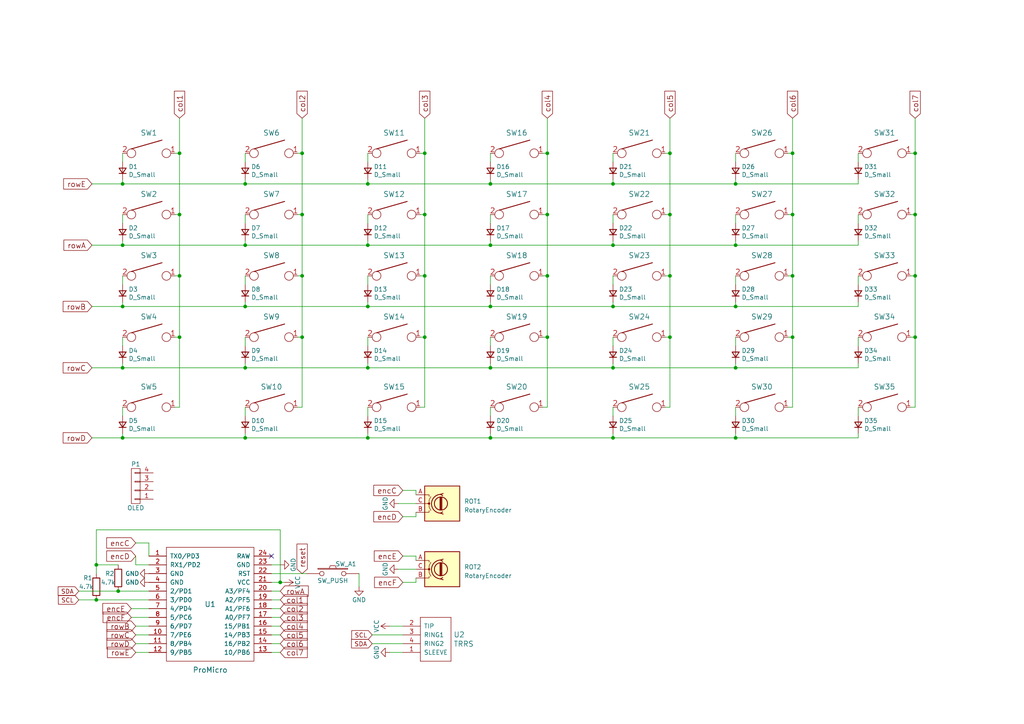
<source format=kicad_sch>
(kicad_sch (version 20230121) (generator eeschema)
  (paper "A4")
  (lib_symbols
    (symbol "Device:D_Small" (pin_numbers hide) (pin_names (offset 0.254) hide)
      (property "Reference" "D" (at -1.27 2.032 0))
      (property "Value" "D_Small" (at -3.81 -2.032 0))
      (symbol "D_Small_0_1"
        (polyline (pts (xy -0.762 -1.016) (xy -0.762 1.016)) (stroke (width 0.254)))
        (polyline (pts (xy -0.762 0) (xy 0.762 0)))
        (polyline (pts (xy 0.762 -1.016) (xy -0.762 0) (xy 0.762 1.016) (xy 0.762 -1.016)) (stroke (width 0.254)))
      )
      (symbol "D_Small_1_1"
        (pin passive line (at -2.54 0 0) (length 1.778) (name "K") (number "1"))
        (pin passive line (at 2.54 0 180) (length 1.778) (name "A") (number "2"))
      )
    )
    (symbol "Device:R" (pin_numbers hide) (pin_names (offset 0))
      (property "Reference" "R" (at 2.032 0 90))
      (property "Value" "R" (at 0 0 90))
      (symbol "R_0_1"
        (rectangle (start -1.016 -2.54) (end 1.016 2.54) (stroke (width 0.254)))
      )
      (symbol "R_1_1"
        (pin passive line (at 0 3.81 270) (length 1.27) (name "~") (number "1"))
        (pin passive line (at 0 -3.81 90) (length 1.27) (name "~") (number "2"))
      )
    )
    (symbol "Device:RotaryEncoder" (pin_names (offset 0.254) hide)
      (property "Reference" "SW" (at 0 6.604 0))
      (property "Value" "RotaryEncoder" (at 0 -6.604 0))
      (symbol "RotaryEncoder_0_1"
        (rectangle (start -5.08 5.08) (end 5.08 -5.08) (stroke (width 0.254)) (fill (type background)))
        (circle (center -3.81 0) (radius 0.254) (fill (type outline)))
        (circle (center -0.381 0) (radius 1.905) (stroke (width 0.254)))
        (arc (start -0.381 2.667) (mid -3.0988 -0.0635) (end -0.381 -2.794) (stroke (width 0.254)))
        (polyline (pts (xy -0.635 -1.778) (xy -0.635 1.778)) (stroke (width 0.254)))
        (polyline (pts (xy -0.381 -1.778) (xy -0.381 1.778)) (stroke (width 0.254)))
        (polyline (pts (xy -0.127 1.778) (xy -0.127 -1.778)) (stroke (width 0.254)))
        (polyline (pts (xy -5.08 -2.54) (xy -3.81 -2.54) (xy -3.81 -2.032)))
        (polyline (pts (xy -5.08 2.54) (xy -3.81 2.54) (xy -3.81 2.032)))
        (polyline (pts (xy 0.254 -3.048) (xy -0.508 -2.794) (xy 0.127 -2.413)) (stroke (width 0.254)))
        (polyline (pts (xy 0.254 2.921) (xy -0.508 2.667) (xy 0.127 2.286)) (stroke (width 0.254)))
        (polyline (pts (xy -5.08 0) (xy -3.81 0) (xy -3.81 -1.016) (xy -3.302 -2.032)))
        (polyline (pts (xy -4.318 0) (xy -3.81 0) (xy -3.81 1.016) (xy -3.302 2.032)))
      )
      (symbol "RotaryEncoder_1_1"
        (pin passive line (at -7.62 2.54 0) (length 2.54) (name "A") (number "A"))
        (pin passive line (at -7.62 -2.54 0) (length 2.54) (name "B") (number "B"))
        (pin passive line (at -7.62 0 0) (length 2.54) (name "C") (number "C"))
      )
    )
    (symbol "Lily58-rescue:CONN_01X04-Lily58-cache" (pin_names (offset 1.016) hide)
      (property "Reference" "P" (at 0 6.35 0))
      (property "Value" "Lily58-cache:CONN_01X04" (at 2.54 0 90))
      (symbol "CONN_01X04-Lily58-cache_0_1"
        (rectangle (start -1.27 -3.683) (end 0.254 -3.937))
        (rectangle (start -1.27 -1.143) (end 0.254 -1.397))
        (rectangle (start -1.27 1.397) (end 0.254 1.143))
        (rectangle (start -1.27 3.937) (end 0.254 3.683))
        (rectangle (start -1.27 5.08) (end 1.27 -5.08))
      )
      (symbol "CONN_01X04-Lily58-cache_1_1"
        (pin passive line (at -5.08 3.81 0) (length 3.81) (name "P1") (number "1"))
        (pin passive line (at -5.08 1.27 0) (length 3.81) (name "P2") (number "2"))
        (pin passive line (at -5.08 -1.27 0) (length 3.81) (name "P3") (number "3"))
        (pin passive line (at -5.08 -3.81 0) (length 3.81) (name "P4") (number "4"))
      )
    )
    (symbol "fourier-left-rescue:ProMicro-promicro" (pin_names (offset 1.016))
      (property "Reference" "U" (at 0 0 0))
      (property "Value" "ProMicro-promicro" (at 0 -19.05 0))
      (symbol "ProMicro-promicro_0_1"
        (rectangle (start -12.7 -16.51) (end 12.7 16.51))
      )
      (symbol "ProMicro-promicro_1_1"
        (pin input line (at -17.78 13.97 0) (length 5.08) (name "TX0/PD3") (number "1"))
        (pin input line (at -17.78 -8.89 0) (length 5.08) (name "7/PE6") (number "10"))
        (pin input line (at -17.78 -11.43 0) (length 5.08) (name "8/PB4") (number "11"))
        (pin input line (at -17.78 -13.97 0) (length 5.08) (name "9/PB5") (number "12"))
        (pin input line (at 17.78 -13.97 180) (length 5.08) (name "10/PB6") (number "13"))
        (pin input line (at 17.78 -11.43 180) (length 5.08) (name "16/PB2") (number "14"))
        (pin input line (at 17.78 -8.89 180) (length 5.08) (name "14/PB3") (number "15"))
        (pin input line (at 17.78 -6.35 180) (length 5.08) (name "15/PB1") (number "16"))
        (pin input line (at 17.78 -3.81 180) (length 5.08) (name "A0/PF7") (number "17"))
        (pin input line (at 17.78 -1.27 180) (length 5.08) (name "A1/PF6") (number "18"))
        (pin input line (at 17.78 1.27 180) (length 5.08) (name "A2/PF5") (number "19"))
        (pin input line (at -17.78 11.43 0) (length 5.08) (name "RX1/PD2") (number "2"))
        (pin input line (at 17.78 3.81 180) (length 5.08) (name "A3/PF4") (number "20"))
        (pin input line (at 17.78 6.35 180) (length 5.08) (name "VCC") (number "21"))
        (pin input line (at 17.78 8.89 180) (length 5.08) (name "RST") (number "22"))
        (pin input line (at 17.78 11.43 180) (length 5.08) (name "GND") (number "23"))
        (pin input line (at 17.78 13.97 180) (length 5.08) (name "RAW") (number "24"))
        (pin input line (at -17.78 8.89 0) (length 5.08) (name "GND") (number "3"))
        (pin input line (at -17.78 6.35 0) (length 5.08) (name "GND") (number "4"))
        (pin input line (at -17.78 3.81 0) (length 5.08) (name "2/PD1") (number "5"))
        (pin input line (at -17.78 1.27 0) (length 5.08) (name "3/PD0") (number "6"))
        (pin input line (at -17.78 -1.27 0) (length 5.08) (name "4/PD4") (number "7"))
        (pin input line (at -17.78 -3.81 0) (length 5.08) (name "5/PC6") (number "8"))
        (pin input line (at -17.78 -6.35 0) (length 5.08) (name "6/PD7") (number "9"))
      )
    )
    (symbol "fourier-left-rescue:SW_PUSH-RESCUE-fourier-left" (pin_numbers hide) (pin_names (offset 1.016) hide)
      (property "Reference" "SW" (at 3.81 2.794 0))
      (property "Value" "SW_PUSH-RESCUE-fourier-left" (at 0 -2.032 0))
      (symbol "SW_PUSH-RESCUE-fourier-left_0_1"
        (rectangle (start -4.318 1.27) (end 4.318 1.524))
        (polyline (pts (xy -1.016 1.524) (xy -0.762 2.286) (xy 0.762 2.286) (xy 1.016 1.524)))
        (pin passive inverted (at -7.62 0 0) (length 5.08) (name "1") (number "1"))
        (pin passive inverted (at 7.62 0 180) (length 5.08) (name "2") (number "2"))
      )
    )
    (symbol "fourier-left-rescue:TRRS-keebio" (pin_names (offset 1.016))
      (property "Reference" "U" (at 0 15.24 0))
      (property "Value" "keebio_TRRS" (at 0 -2.54 0))
      (symbol "TRRS-keebio_0_1"
        (rectangle (start -3.81 0) (end -3.81 12.7))
        (rectangle (start -3.81 12.7) (end 5.08 12.7))
        (rectangle (start 5.08 0) (end -3.81 0))
        (rectangle (start 5.08 12.7) (end 5.08 0))
      )
      (symbol "TRRS-keebio_1_1"
        (pin input line (at -8.89 2.54 0) (length 5.08) (name "SLEEVE") (number "1"))
        (pin input line (at -8.89 10.16 0) (length 5.08) (name "TIP") (number "2"))
        (pin input line (at -8.89 7.62 0) (length 5.08) (name "RING1") (number "3"))
        (pin input line (at -8.89 5.08 0) (length 5.08) (name "RING2") (number "4"))
      )
    )
    (symbol "keyboard_parts:KEYSW" (pin_names (offset 1.016))
      (property "Reference" "K?" (at -1.27 0 0))
      (symbol "KEYSW_0_1"
        (circle (center -5.08 0) (radius 1.27))
        (polyline (pts (xy -5.08 1.27) (xy 3.81 3.81)) (stroke (width 0.254)))
        (circle (center 5.08 0) (radius 1.27))
      )
      (symbol "KEYSW_1_1"
        (pin passive line (at 7.62 0 180) (length 1.27) (name "~") (number "1"))
        (pin passive line (at -7.62 0 0) (length 1.27) (name "~") (number "2"))
      )
    )
    (symbol "power:GND" (power) (pin_names (offset 0))
      (property "Value" "GND" (at 0 -3.81 0))
      (symbol "GND_0_1"
        (polyline (pts (xy 0 0) (xy 0 -1.27) (xy 1.27 -1.27) (xy 0 -2.54) (xy -1.27 -1.27) (xy 0 -1.27)))
      )
      (symbol "GND_1_1"
        (pin power_in line (at 0 0 270) (length 0) hide (name "GND") (number "1"))
      )
    )
    (symbol "power:VCC" (power) (pin_names (offset 0))
      (property "Value" "VCC" (at 0 3.81 0))
      (symbol "VCC_0_1"
        (polyline (pts (xy -0.762 1.27) (xy 0 2.54)))
        (polyline (pts (xy 0 0) (xy 0 2.54)))
        (polyline (pts (xy 0 2.54) (xy 0.762 1.27)))
      )
      (symbol "VCC_1_1"
        (pin power_in line (at 0 0 90) (length 0) hide (name "VCC") (number "1"))
      )
    )
  )
  (junction (at 34.29 171.45))
  (junction (at 194.31 80.01))
  (junction (at 229.87 62.23))
  (junction (at 265.43 97.79))
  (junction (at 106.68 88.9))
  (junction (at 123.19 44.45))
  (junction (at 71.12 88.9))
  (junction (at 35.56 127))
  (junction (at 52.07 80.01))
  (junction (at 87.63 44.45))
  (junction (at 52.07 62.23))
  (junction (at 177.8 53.34))
  (junction (at 194.31 62.23))
  (junction (at 213.36 71.12))
  (junction (at 87.63 97.79))
  (junction (at 35.56 53.34))
  (junction (at 71.12 127))
  (junction (at 106.68 127))
  (junction (at 35.56 71.12))
  (junction (at 71.12 106.68))
  (junction (at 27.94 163.83))
  (junction (at 71.12 71.12))
  (junction (at 106.68 71.12))
  (junction (at 213.36 53.34))
  (junction (at 27.94 173.99))
  (junction (at 35.56 106.68))
  (junction (at 265.43 62.23))
  (junction (at 213.36 106.68))
  (junction (at 35.56 88.9))
  (junction (at 123.19 97.79))
  (junction (at 52.07 44.45))
  (junction (at 142.24 88.9))
  (junction (at 229.87 44.45))
  (junction (at 177.8 71.12))
  (junction (at 142.24 53.34))
  (junction (at 194.31 97.79))
  (junction (at 158.75 44.45))
  (junction (at 177.8 88.9))
  (junction (at 158.75 97.79))
  (junction (at 265.43 80.01))
  (junction (at 142.24 127))
  (junction (at 158.75 62.23))
  (junction (at 142.24 106.68))
  (junction (at 52.07 97.79))
  (junction (at 265.43 44.45))
  (junction (at 229.87 80.01))
  (junction (at 71.12 53.34))
  (junction (at 123.19 80.01))
  (junction (at 177.8 106.68))
  (junction (at 87.63 62.23))
  (junction (at 213.36 88.9))
  (junction (at 229.87 97.79))
  (junction (at 106.68 106.68))
  (junction (at 106.68 53.34))
  (junction (at 194.31 44.45))
  (junction (at 87.63 80.01))
  (junction (at 81.28 168.91))
  (junction (at 158.75 80.01))
  (junction (at 123.19 62.23))
  (junction (at 213.36 127))
  (junction (at 142.24 71.12))
  (junction (at 177.8 127))
  (no_connect (at 78.74 161.29))
  (wire (pts (xy 177.8 127) (xy 213.36 127)))
  (wire (pts (xy 193.04 118.11) (xy 194.31 118.11)))
  (wire (pts (xy 78.74 189.23) (xy 81.28 189.23)))
  (wire (pts (xy 248.92 118.11) (xy 248.92 120.65)))
  (wire (pts (xy 50.8 118.11) (xy 52.07 118.11)))
  (wire (pts (xy 228.6 62.23) (xy 229.87 62.23)))
  (wire (pts (xy 177.8 62.23) (xy 177.8 64.77)))
  (wire (pts (xy 106.68 52.07) (xy 106.68 53.34)))
  (wire (pts (xy 120.65 168.91) (xy 116.84 168.91)))
  (wire (pts (xy 248.92 97.79) (xy 248.92 100.33)))
  (wire (pts (xy 228.6 118.11) (xy 229.87 118.11)))
  (wire (pts (xy 52.07 80.01) (xy 52.07 97.79)))
  (wire (pts (xy 213.36 97.79) (xy 213.36 100.33)))
  (wire (pts (xy 71.12 62.23) (xy 71.12 64.77)))
  (wire (pts (xy 39.37 163.83) (xy 43.18 163.83)))
  (wire (pts (xy 213.36 88.9) (xy 248.92 88.9)))
  (wire (pts (xy 213.36 44.45) (xy 213.36 46.99)))
  (wire (pts (xy 248.92 125.73) (xy 248.92 127)))
  (wire (pts (xy 248.92 69.85) (xy 248.92 71.12)))
  (wire (pts (xy 142.24 125.73) (xy 142.24 127)))
  (wire (pts (xy 35.56 52.07) (xy 35.56 53.34)))
  (wire (pts (xy 142.24 88.9) (xy 177.8 88.9)))
  (wire (pts (xy 194.31 80.01) (xy 194.31 97.79)))
  (wire (pts (xy 229.87 80.01) (xy 229.87 97.79)))
  (wire (pts (xy 120.65 148.59) (xy 120.65 149.86)))
  (wire (pts (xy 158.75 97.79) (xy 158.75 118.11)))
  (wire (pts (xy 26.67 88.9) (xy 35.56 88.9)))
  (wire (pts (xy 121.92 97.79) (xy 123.19 97.79)))
  (wire (pts (xy 248.92 80.01) (xy 248.92 82.55)))
  (wire (pts (xy 81.28 168.91) (xy 82.55 168.91)))
  (wire (pts (xy 106.68 127) (xy 142.24 127)))
  (wire (pts (xy 78.74 176.53) (xy 81.28 176.53)))
  (wire (pts (xy 158.75 62.23) (xy 158.75 80.01)))
  (wire (pts (xy 39.37 181.61) (xy 43.18 181.61)))
  (wire (pts (xy 229.87 34.29) (xy 229.87 44.45)))
  (wire (pts (xy 27.94 173.99) (xy 43.18 173.99)))
  (wire (pts (xy 158.75 80.01) (xy 158.75 97.79)))
  (wire (pts (xy 142.24 105.41) (xy 142.24 106.68)))
  (wire (pts (xy 26.67 71.12) (xy 35.56 71.12)))
  (wire (pts (xy 194.31 34.29) (xy 194.31 44.45)))
  (wire (pts (xy 157.48 44.45) (xy 158.75 44.45)))
  (wire (pts (xy 194.31 97.79) (xy 194.31 118.11)))
  (wire (pts (xy 115.57 146.05) (xy 120.65 146.05)))
  (wire (pts (xy 78.74 171.45) (xy 81.28 171.45)))
  (wire (pts (xy 106.68 105.41) (xy 106.68 106.68)))
  (wire (pts (xy 158.75 34.29) (xy 158.75 44.45)))
  (wire (pts (xy 27.94 163.83) (xy 27.94 153.67)))
  (wire (pts (xy 157.48 62.23) (xy 158.75 62.23)))
  (wire (pts (xy 121.92 80.01) (xy 123.19 80.01)))
  (wire (pts (xy 35.56 44.45) (xy 35.56 46.99)))
  (wire (pts (xy 177.8 52.07) (xy 177.8 53.34)))
  (wire (pts (xy 142.24 127) (xy 177.8 127)))
  (wire (pts (xy 71.12 69.85) (xy 71.12 71.12)))
  (wire (pts (xy 193.04 97.79) (xy 194.31 97.79)))
  (wire (pts (xy 71.12 125.73) (xy 71.12 127)))
  (wire (pts (xy 157.48 118.11) (xy 158.75 118.11)))
  (wire (pts (xy 264.16 62.23) (xy 265.43 62.23)))
  (wire (pts (xy 78.74 173.99) (xy 81.28 173.99)))
  (wire (pts (xy 106.68 69.85) (xy 106.68 71.12)))
  (wire (pts (xy 86.36 44.45) (xy 87.63 44.45)))
  (wire (pts (xy 120.65 161.29) (xy 120.65 162.56)))
  (wire (pts (xy 78.74 184.15) (xy 81.28 184.15)))
  (wire (pts (xy 35.56 97.79) (xy 35.56 100.33)))
  (wire (pts (xy 142.24 53.34) (xy 177.8 53.34)))
  (wire (pts (xy 71.12 106.68) (xy 106.68 106.68)))
  (wire (pts (xy 142.24 106.68) (xy 177.8 106.68)))
  (wire (pts (xy 39.37 186.69) (xy 43.18 186.69)))
  (wire (pts (xy 265.43 34.29) (xy 265.43 44.45)))
  (wire (pts (xy 121.92 62.23) (xy 123.19 62.23)))
  (wire (pts (xy 265.43 80.01) (xy 265.43 97.79)))
  (wire (pts (xy 264.16 44.45) (xy 265.43 44.45)))
  (wire (pts (xy 26.67 106.68) (xy 35.56 106.68)))
  (wire (pts (xy 27.94 166.37) (xy 27.94 163.83)))
  (wire (pts (xy 193.04 80.01) (xy 194.31 80.01)))
  (wire (pts (xy 228.6 80.01) (xy 229.87 80.01)))
  (wire (pts (xy 43.18 157.48) (xy 39.37 157.48)))
  (wire (pts (xy 193.04 44.45) (xy 194.31 44.45)))
  (wire (pts (xy 87.63 97.79) (xy 87.63 118.11)))
  (wire (pts (xy 121.92 118.11) (xy 123.19 118.11)))
  (wire (pts (xy 264.16 118.11) (xy 265.43 118.11)))
  (wire (pts (xy 71.12 80.01) (xy 71.12 82.55)))
  (wire (pts (xy 39.37 184.15) (xy 43.18 184.15)))
  (wire (pts (xy 71.12 71.12) (xy 106.68 71.12)))
  (wire (pts (xy 142.24 118.11) (xy 142.24 120.65)))
  (wire (pts (xy 177.8 118.11) (xy 177.8 120.65)))
  (wire (pts (xy 107.95 184.15) (xy 116.84 184.15)))
  (wire (pts (xy 35.56 80.01) (xy 35.56 82.55)))
  (wire (pts (xy 38.1 176.53) (xy 43.18 176.53)))
  (wire (pts (xy 106.68 44.45) (xy 106.68 46.99)))
  (wire (pts (xy 142.24 80.01) (xy 142.24 82.55)))
  (wire (pts (xy 213.36 52.07) (xy 213.36 53.34)))
  (wire (pts (xy 86.36 97.79) (xy 87.63 97.79)))
  (wire (pts (xy 106.68 97.79) (xy 106.68 100.33)))
  (wire (pts (xy 71.12 97.79) (xy 71.12 100.33)))
  (wire (pts (xy 116.84 161.29) (xy 120.65 161.29)))
  (wire (pts (xy 35.56 53.34) (xy 71.12 53.34)))
  (wire (pts (xy 35.56 125.73) (xy 35.56 127)))
  (wire (pts (xy 194.31 44.45) (xy 194.31 62.23)))
  (wire (pts (xy 142.24 97.79) (xy 142.24 100.33)))
  (wire (pts (xy 87.63 34.29) (xy 87.63 44.45)))
  (wire (pts (xy 22.86 171.45) (xy 34.29 171.45)))
  (wire (pts (xy 50.8 97.79) (xy 52.07 97.79)))
  (wire (pts (xy 39.37 189.23) (xy 43.18 189.23)))
  (wire (pts (xy 78.74 166.37) (xy 88.9 166.37)))
  (wire (pts (xy 177.8 87.63) (xy 177.8 88.9)))
  (wire (pts (xy 106.68 62.23) (xy 106.68 64.77)))
  (wire (pts (xy 71.12 52.07) (xy 71.12 53.34)))
  (wire (pts (xy 27.94 153.67) (xy 81.28 153.67)))
  (wire (pts (xy 177.8 97.79) (xy 177.8 100.33)))
  (wire (pts (xy 229.87 97.79) (xy 229.87 118.11)))
  (wire (pts (xy 35.56 69.85) (xy 35.56 71.12)))
  (wire (pts (xy 213.36 127) (xy 248.92 127)))
  (wire (pts (xy 265.43 62.23) (xy 265.43 80.01)))
  (wire (pts (xy 113.03 181.61) (xy 116.84 181.61)))
  (wire (pts (xy 123.19 97.79) (xy 123.19 118.11)))
  (wire (pts (xy 22.86 173.99) (xy 27.94 173.99)))
  (wire (pts (xy 35.56 106.68) (xy 71.12 106.68)))
  (wire (pts (xy 120.65 142.24) (xy 120.65 143.51)))
  (wire (pts (xy 35.56 62.23) (xy 35.56 64.77)))
  (wire (pts (xy 116.84 142.24) (xy 120.65 142.24)))
  (wire (pts (xy 71.12 118.11) (xy 71.12 120.65)))
  (wire (pts (xy 265.43 44.45) (xy 265.43 62.23)))
  (wire (pts (xy 123.19 44.45) (xy 123.19 62.23)))
  (wire (pts (xy 52.07 62.23) (xy 52.07 80.01)))
  (wire (pts (xy 142.24 44.45) (xy 142.24 46.99)))
  (wire (pts (xy 121.92 44.45) (xy 123.19 44.45)))
  (wire (pts (xy 142.24 62.23) (xy 142.24 64.77)))
  (wire (pts (xy 142.24 52.07) (xy 142.24 53.34)))
  (wire (pts (xy 71.12 53.34) (xy 106.68 53.34)))
  (wire (pts (xy 71.12 87.63) (xy 71.12 88.9)))
  (wire (pts (xy 71.12 44.45) (xy 71.12 46.99)))
  (wire (pts (xy 81.28 153.67) (xy 81.28 168.91)))
  (wire (pts (xy 248.92 105.41) (xy 248.92 106.68)))
  (wire (pts (xy 229.87 62.23) (xy 229.87 80.01)))
  (wire (pts (xy 50.8 62.23) (xy 52.07 62.23)))
  (wire (pts (xy 265.43 97.79) (xy 265.43 118.11)))
  (wire (pts (xy 123.19 62.23) (xy 123.19 80.01)))
  (wire (pts (xy 43.18 161.29) (xy 43.18 157.48)))
  (wire (pts (xy 213.36 71.12) (xy 248.92 71.12)))
  (wire (pts (xy 248.92 62.23) (xy 248.92 64.77)))
  (wire (pts (xy 113.03 189.23) (xy 116.84 189.23)))
  (wire (pts (xy 177.8 105.41) (xy 177.8 106.68)))
  (wire (pts (xy 71.12 105.41) (xy 71.12 106.68)))
  (wire (pts (xy 193.04 62.23) (xy 194.31 62.23)))
  (wire (pts (xy 87.63 80.01) (xy 87.63 97.79)))
  (wire (pts (xy 52.07 97.79) (xy 52.07 118.11)))
  (wire (pts (xy 213.36 62.23) (xy 213.36 64.77)))
  (wire (pts (xy 264.16 80.01) (xy 265.43 80.01)))
  (wire (pts (xy 34.29 171.45) (xy 43.18 171.45)))
  (wire (pts (xy 78.74 186.69) (xy 81.28 186.69)))
  (wire (pts (xy 177.8 53.34) (xy 213.36 53.34)))
  (wire (pts (xy 248.92 87.63) (xy 248.92 88.9)))
  (wire (pts (xy 229.87 44.45) (xy 229.87 62.23)))
  (wire (pts (xy 142.24 87.63) (xy 142.24 88.9)))
  (wire (pts (xy 123.19 80.01) (xy 123.19 97.79)))
  (wire (pts (xy 78.74 163.83) (xy 81.28 163.83)))
  (wire (pts (xy 71.12 127) (xy 106.68 127)))
  (wire (pts (xy 26.67 53.34) (xy 35.56 53.34)))
  (wire (pts (xy 78.74 181.61) (xy 81.28 181.61)))
  (wire (pts (xy 158.75 44.45) (xy 158.75 62.23)))
  (wire (pts (xy 194.31 62.23) (xy 194.31 80.01)))
  (wire (pts (xy 106.68 118.11) (xy 106.68 120.65)))
  (wire (pts (xy 177.8 71.12) (xy 213.36 71.12)))
  (wire (pts (xy 213.36 87.63) (xy 213.36 88.9)))
  (wire (pts (xy 157.48 97.79) (xy 158.75 97.79)))
  (wire (pts (xy 35.56 105.41) (xy 35.56 106.68)))
  (wire (pts (xy 87.63 44.45) (xy 87.63 62.23)))
  (wire (pts (xy 213.36 53.34) (xy 248.92 53.34)))
  (wire (pts (xy 213.36 105.41) (xy 213.36 106.68)))
  (wire (pts (xy 50.8 44.45) (xy 52.07 44.45)))
  (wire (pts (xy 177.8 44.45) (xy 177.8 46.99)))
  (wire (pts (xy 78.74 168.91) (xy 81.28 168.91)))
  (wire (pts (xy 106.68 106.68) (xy 142.24 106.68)))
  (wire (pts (xy 157.48 80.01) (xy 158.75 80.01)))
  (wire (pts (xy 78.74 179.07) (xy 81.28 179.07)))
  (wire (pts (xy 106.68 88.9) (xy 142.24 88.9)))
  (wire (pts (xy 115.57 165.1) (xy 120.65 165.1)))
  (wire (pts (xy 213.36 69.85) (xy 213.36 71.12)))
  (wire (pts (xy 120.65 167.64) (xy 120.65 168.91)))
  (wire (pts (xy 35.56 127) (xy 71.12 127)))
  (wire (pts (xy 120.65 149.86) (xy 116.84 149.86)))
  (wire (pts (xy 177.8 88.9) (xy 213.36 88.9)))
  (wire (pts (xy 123.19 34.29) (xy 123.19 44.45)))
  (wire (pts (xy 142.24 69.85) (xy 142.24 71.12)))
  (wire (pts (xy 213.36 125.73) (xy 213.36 127)))
  (wire (pts (xy 106.68 53.34) (xy 142.24 53.34)))
  (wire (pts (xy 106.68 87.63) (xy 106.68 88.9)))
  (wire (pts (xy 177.8 69.85) (xy 177.8 71.12)))
  (wire (pts (xy 86.36 62.23) (xy 87.63 62.23)))
  (wire (pts (xy 213.36 80.01) (xy 213.36 82.55)))
  (wire (pts (xy 106.68 80.01) (xy 106.68 82.55)))
  (wire (pts (xy 38.1 179.07) (xy 43.18 179.07)))
  (wire (pts (xy 52.07 44.45) (xy 52.07 62.23)))
  (wire (pts (xy 35.56 88.9) (xy 71.12 88.9)))
  (wire (pts (xy 142.24 71.12) (xy 177.8 71.12)))
  (wire (pts (xy 71.12 88.9) (xy 106.68 88.9)))
  (wire (pts (xy 86.36 80.01) (xy 87.63 80.01)))
  (wire (pts (xy 52.07 34.29) (xy 52.07 44.45)))
  (wire (pts (xy 104.14 170.18) (xy 104.14 166.37)))
  (wire (pts (xy 248.92 44.45) (xy 248.92 46.99)))
  (wire (pts (xy 86.36 118.11) (xy 87.63 118.11)))
  (wire (pts (xy 27.94 163.83) (xy 34.29 163.83)))
  (wire (pts (xy 177.8 125.73) (xy 177.8 127)))
  (wire (pts (xy 213.36 106.68) (xy 248.92 106.68)))
  (wire (pts (xy 228.6 44.45) (xy 229.87 44.45)))
  (wire (pts (xy 213.36 118.11) (xy 213.36 120.65)))
  (wire (pts (xy 264.16 97.79) (xy 265.43 97.79)))
  (wire (pts (xy 39.37 161.29) (xy 39.37 163.83)))
  (wire (pts (xy 106.68 71.12) (xy 142.24 71.12)))
  (wire (pts (xy 106.68 125.73) (xy 106.68 127)))
  (wire (pts (xy 177.8 80.01) (xy 177.8 82.55)))
  (wire (pts (xy 107.95 186.69) (xy 116.84 186.69)))
  (wire (pts (xy 35.56 87.63) (xy 35.56 88.9)))
  (wire (pts (xy 35.56 118.11) (xy 35.56 120.65)))
  (wire (pts (xy 228.6 97.79) (xy 229.87 97.79)))
  (wire (pts (xy 248.92 52.07) (xy 248.92 53.34)))
  (wire (pts (xy 35.56 71.12) (xy 71.12 71.12)))
  (wire (pts (xy 87.63 62.23) (xy 87.63 80.01)))
  (wire (pts (xy 50.8 80.01) (xy 52.07 80.01)))
  (wire (pts (xy 177.8 106.68) (xy 213.36 106.68)))
  (wire (pts (xy 26.67 127) (xy 35.56 127)))
  (global_label "col6" (shape input) (at 81.28 186.69 0) (effects (font (size 1.524 1.524))) (property "Intersheetrefs" "${INTERSHEET_REFS}" (effects hide)))
  (global_label "encE" (shape input) (at 116.84 161.29 180) (effects (font (size 1.524 1.524))) (property "Intersheetrefs" "${INTERSHEET_REFS}" (effects hide)))
  (global_label "col7" (shape input) (at 81.28 189.23 0) (effects (font (size 1.524 1.524))) (property "Intersheetrefs" "${INTERSHEET_REFS}" (effects hide)))
  (global_label "col2" (shape input) (at 87.63 34.29 90) (effects (font (size 1.524 1.524))) (property "Intersheetrefs" "${INTERSHEET_REFS}" (effects hide)))
  (global_label "rowE" (shape input) (at 26.67 53.34 180) (effects (font (size 1.524 1.524))) (property "Intersheetrefs" "${INTERSHEET_REFS}" (effects hide)))
  (global_label "col3" (shape input) (at 123.19 34.29 90) (effects (font (size 1.524 1.524))) (property "Intersheetrefs" "${INTERSHEET_REFS}" (effects hide)))
  (global_label "rowA" (shape input) (at 81.28 171.45 0) (effects (font (size 1.524 1.524))) (property "Intersheetrefs" "${INTERSHEET_REFS}" (effects hide)))
  (global_label "col1" (shape input) (at 52.07 34.29 90) (effects (font (size 1.524 1.524))) (property "Intersheetrefs" "${INTERSHEET_REFS}" (effects hide)))
  (global_label "rowD" (shape input) (at 26.67 127 180) (effects (font (size 1.524 1.524))) (property "Intersheetrefs" "${INTERSHEET_REFS}" (effects hide)))
  (global_label "reset" (shape input) (at 87.63 166.37 90) (effects (font (size 1.524 1.524))) (property "Intersheetrefs" "${INTERSHEET_REFS}" (effects hide)))
  (global_label "rowB" (shape input) (at 26.67 88.9 180) (effects (font (size 1.524 1.524))) (property "Intersheetrefs" "${INTERSHEET_REFS}" (effects hide)))
  (global_label "col5" (shape input) (at 81.28 184.15 0) (effects (font (size 1.524 1.524))) (property "Intersheetrefs" "${INTERSHEET_REFS}" (effects hide)))
  (global_label "rowD" (shape input) (at 39.37 186.69 180) (effects (font (size 1.524 1.524))) (property "Intersheetrefs" "${INTERSHEET_REFS}" (effects hide)))
  (global_label "col4" (shape input) (at 81.28 181.61 0) (effects (font (size 1.524 1.524))) (property "Intersheetrefs" "${INTERSHEET_REFS}" (effects hide)))
  (global_label "col5" (shape input) (at 194.31 34.29 90) (effects (font (size 1.524 1.524))) (property "Intersheetrefs" "${INTERSHEET_REFS}" (effects hide)))
  (global_label "col3" (shape input) (at 81.28 179.07 0) (effects (font (size 1.524 1.524))) (property "Intersheetrefs" "${INTERSHEET_REFS}" (effects hide)))
  (global_label "rowC" (shape input) (at 26.67 106.68 180) (effects (font (size 1.524 1.524))) (property "Intersheetrefs" "${INTERSHEET_REFS}" (effects hide)))
  (global_label "SCL" (shape input) (at 22.86 173.99 180) (property "Intersheetrefs" "${INTERSHEET_REFS}" (effects hide)))
  (global_label "col6" (shape input) (at 229.87 34.29 90) (effects (font (size 1.524 1.524))) (property "Intersheetrefs" "${INTERSHEET_REFS}" (effects hide)))
  (global_label "col7" (shape input) (at 265.43 34.29 90) (effects (font (size 1.524 1.524))) (property "Intersheetrefs" "${INTERSHEET_REFS}" (effects hide)))
  (global_label "rowA" (shape input) (at 26.67 71.12 180) (effects (font (size 1.524 1.524))) (property "Intersheetrefs" "${INTERSHEET_REFS}" (effects hide)))
  (global_label "encC" (shape input) (at 116.84 142.24 180) (effects (font (size 1.524 1.524))) (property "Intersheetrefs" "${INTERSHEET_REFS}" (effects hide)))
  (global_label "encC" (shape input) (at 39.37 157.48 180) (effects (font (size 1.524 1.524))) (property "Intersheetrefs" "${INTERSHEET_REFS}" (effects hide)))
  (global_label "encD" (shape input) (at 39.37 161.29 180) (effects (font (size 1.524 1.524))) (property "Intersheetrefs" "${INTERSHEET_REFS}" (effects hide)))
  (global_label "encF" (shape input) (at 116.84 168.91 180) (effects (font (size 1.524 1.524))) (property "Intersheetrefs" "${INTERSHEET_REFS}" (effects hide)))
  (global_label "rowB" (shape input) (at 39.37 181.61 180) (effects (font (size 1.524 1.524))) (property "Intersheetrefs" "${INTERSHEET_REFS}" (effects hide)))
  (global_label "col4" (shape input) (at 158.75 34.29 90) (effects (font (size 1.524 1.524))) (property "Intersheetrefs" "${INTERSHEET_REFS}" (effects hide)))
  (global_label "rowC" (shape input) (at 39.37 184.15 180) (effects (font (size 1.524 1.524))) (property "Intersheetrefs" "${INTERSHEET_REFS}" (effects hide)))
  (global_label "col2" (shape input) (at 81.28 176.53 0) (effects (font (size 1.524 1.524))) (property "Intersheetrefs" "${INTERSHEET_REFS}" (effects hide)))
  (global_label "encF" (shape input) (at 38.1 179.07 180) (effects (font (size 1.524 1.524))) (property "Intersheetrefs" "${INTERSHEET_REFS}" (effects hide)))
  (global_label "col1" (shape input) (at 81.28 173.99 0) (effects (font (size 1.524 1.524))) (property "Intersheetrefs" "${INTERSHEET_REFS}" (effects hide)))
  (global_label "SDA" (shape input) (at 107.95 186.69 180) (property "Intersheetrefs" "${INTERSHEET_REFS}" (effects hide)))
  (global_label "rowE" (shape input) (at 39.37 189.23 180) (effects (font (size 1.524 1.524))) (property "Intersheetrefs" "${INTERSHEET_REFS}" (effects hide)))
  (global_label "SCL" (shape input) (at 107.95 184.15 180) (property "Intersheetrefs" "${INTERSHEET_REFS}" (effects hide)))
  (global_label "encE" (shape input) (at 38.1 176.53 180) (effects (font (size 1.524 1.524))) (property "Intersheetrefs" "${INTERSHEET_REFS}" (effects hide)))
  (global_label "encD" (shape input) (at 116.84 149.86 180) (effects (font (size 1.524 1.524))) (property "Intersheetrefs" "${INTERSHEET_REFS}" (effects hide)))
  (global_label "SDA" (shape input) (at 22.86 171.45 180) (property "Intersheetrefs" "${INTERSHEET_REFS}" (effects hide)))
  (symbol (lib_id "Device:D_Small") (at 106.68 49.53 90) (unit 1)
    (property "Reference" "D11" (at 108.4072 48.3616 90) (effects (justify right)))
    (property "Value" "D_Small" (at 108.4072 50.673 90) (effects (justify right)))
    (property "Footprint" "Library:Diode" (effects hide))
    (property "Sim.Device" "D" (effects hide))
    (property "Sim.Pins" "1=K 2=A" (effects hide))
  )
  (symbol (lib_id "keyboard_parts:KEYSW") (at 43.18 80.01 0) (unit 1)
    (property "Reference" "SW3" (at 43.18 74.0918 0) (effects (font (size 1.524 1.524))))
    (property "Value" "KEYSW" (effects hide))
    (property "Footprint" "Button_Switch_Keyboard:SW_Cherry_MX_1.00u_PCB" (effects hide))
  )
  (symbol (lib_id "Device:R") (at 27.94 170.18 0) (unit 1)
    (property "Reference" "R1" (at 24.13 167.64 0) (effects (justify left)))
    (property "Value" "4.7k" (at 22.86 170.18 0) (effects (justify left)))
    (property "Footprint" "Library:RESISTOR" (effects hide))
  )
  (symbol (lib_id "keyboard_parts:KEYSW") (at 114.3 62.23 0) (unit 1)
    (property "Reference" "SW12" (at 114.3 56.3118 0) (effects (font (size 1.524 1.524))))
    (property "Value" "KEYSW" (effects hide))
    (property "Footprint" "Button_Switch_Keyboard:SW_Cherry_MX_1.00u_PCB" (effects hide))
  )
  (symbol (lib_id "fourier-left-rescue:ProMicro-promicro") (at 60.96 175.26 0) (unit 1)
    (property "Reference" "U1" (at 60.96 175.26 0) (effects (font (size 1.524 1.524))))
    (property "Value" "ProMicro" (at 60.96 194.31 0) (effects (font (size 1.524 1.524))))
    (property "Footprint" "Library:ArduinoProMicro-ZigZag" (effects hide))
  )
  (symbol (lib_id "Device:RotaryEncoder") (at 128.27 146.05 0) (unit 1)
    (property "Reference" "ROT1" (at 134.62 145.415 0) (effects (justify left)))
    (property "Value" "RotaryEncoder" (at 134.62 147.955 0) (effects (justify left)))
    (property "Footprint" "Library:RotaryEncoder_EC11" (effects hide))
  )
  (symbol (lib_id "Device:D_Small") (at 177.8 67.31 90) (unit 1)
    (property "Reference" "D22" (at 179.5272 66.1416 90) (effects (justify right)))
    (property "Value" "D_Small" (at 179.5272 68.453 90) (effects (justify right)))
    (property "Footprint" "Library:Diode" (effects hide))
    (property "Sim.Device" "D" (effects hide))
    (property "Sim.Pins" "1=K 2=A" (effects hide))
  )
  (symbol (lib_id "Device:D_Small") (at 142.24 123.19 90) (unit 1)
    (property "Reference" "D20" (at 143.9672 122.0216 90) (effects (justify right)))
    (property "Value" "D_Small" (at 143.9672 124.333 90) (effects (justify right)))
    (property "Footprint" "Library:Diode" (effects hide))
    (property "Sim.Device" "D" (effects hide))
    (property "Sim.Pins" "1=K 2=A" (effects hide))
  )
  (symbol (lib_id "Device:D_Small") (at 248.92 85.09 90) (unit 1)
    (property "Reference" "D33" (at 250.6472 83.9216 90) (effects (justify right)))
    (property "Value" "D_Small" (at 250.6472 86.233 90) (effects (justify right)))
    (property "Footprint" "Library:Diode" (effects hide))
    (property "Sim.Device" "D" (effects hide))
    (property "Sim.Pins" "1=K 2=A" (effects hide))
  )
  (symbol (lib_id "Device:D_Small") (at 71.12 102.87 90) (unit 1)
    (property "Reference" "D9" (at 72.8472 101.7016 90) (effects (justify right)))
    (property "Value" "D_Small" (at 72.8472 104.013 90) (effects (justify right)))
    (property "Footprint" "Library:Diode" (effects hide))
    (property "Sim.Device" "D" (effects hide))
    (property "Sim.Pins" "1=K 2=A" (effects hide))
  )
  (symbol (lib_id "power:GND") (at 115.57 165.1 270) (unit 1)
    (property "Reference" "#PWR08" (effects hide))
    (property "Value" "GND" (at 111.76 165.1 0))
  )
  (symbol (lib_id "power:GND") (at 43.18 168.91 270) (unit 1)
    (property "Reference" "#PWR05" (effects hide))
    (property "Value" "GND" (at 36.322 168.91 90) (effects (justify left)))
  )
  (symbol (lib_id "keyboard_parts:KEYSW") (at 43.18 97.79 0) (unit 1)
    (property "Reference" "SW4" (at 43.18 91.8718 0) (effects (font (size 1.524 1.524))))
    (property "Value" "KEYSW" (effects hide))
    (property "Footprint" "Button_Switch_Keyboard:SW_Cherry_MX_1.00u_PCB" (effects hide))
  )
  (symbol (lib_id "Device:D_Small") (at 213.36 49.53 90) (unit 1)
    (property "Reference" "D26" (at 215.0872 48.3616 90) (effects (justify right)))
    (property "Value" "D_Small" (at 215.0872 50.673 90) (effects (justify right)))
    (property "Footprint" "Library:Diode" (effects hide))
    (property "Sim.Device" "D" (effects hide))
    (property "Sim.Pins" "1=K 2=A" (effects hide))
  )
  (symbol (lib_id "Device:D_Small") (at 71.12 123.19 90) (unit 1)
    (property "Reference" "D10" (at 72.8472 122.0216 90) (effects (justify right)))
    (property "Value" "D_Small" (at 72.8472 124.333 90) (effects (justify right)))
    (property "Footprint" "Library:Diode" (effects hide))
    (property "Sim.Device" "D" (effects hide))
    (property "Sim.Pins" "1=K 2=A" (effects hide))
  )
  (symbol (lib_id "Device:D_Small") (at 248.92 67.31 90) (unit 1)
    (property "Reference" "D32" (at 250.6472 66.1416 90) (effects (justify right)))
    (property "Value" "D_Small" (at 250.6472 68.453 90) (effects (justify right)))
    (property "Footprint" "Library:Diode" (effects hide))
    (property "Sim.Device" "D" (effects hide))
    (property "Sim.Pins" "1=K 2=A" (effects hide))
  )
  (symbol (lib_id "Device:D_Small") (at 213.36 85.09 90) (unit 1)
    (property "Reference" "D28" (at 215.0872 83.9216 90) (effects (justify right)))
    (property "Value" "D_Small" (at 215.0872 86.233 90) (effects (justify right)))
    (property "Footprint" "Library:Diode" (effects hide))
    (property "Sim.Device" "D" (effects hide))
    (property "Sim.Pins" "1=K 2=A" (effects hide))
  )
  (symbol (lib_id "Device:D_Small") (at 142.24 102.87 90) (unit 1)
    (property "Reference" "D19" (at 143.9672 101.7016 90) (effects (justify right)))
    (property "Value" "D_Small" (at 143.9672 104.013 90) (effects (justify right)))
    (property "Footprint" "Library:Diode" (effects hide))
    (property "Sim.Device" "D" (effects hide))
    (property "Sim.Pins" "1=K 2=A" (effects hide))
  )
  (symbol (lib_id "Device:D_Small") (at 213.36 67.31 90) (unit 1)
    (property "Reference" "D27" (at 215.0872 66.1416 90) (effects (justify right)))
    (property "Value" "D_Small" (at 215.0872 68.453 90) (effects (justify right)))
    (property "Footprint" "Library:Diode" (effects hide))
    (property "Sim.Device" "D" (effects hide))
    (property "Sim.Pins" "1=K 2=A" (effects hide))
  )
  (symbol (lib_id "Device:D_Small") (at 35.56 85.09 90) (unit 1)
    (property "Reference" "D3" (at 37.2872 83.9216 90) (effects (justify right)))
    (property "Value" "D_Small" (at 37.2872 86.233 90) (effects (justify right)))
    (property "Footprint" "Library:Diode" (effects hide))
    (property "Sim.Device" "D" (effects hide))
    (property "Sim.Pins" "1=K 2=A" (effects hide))
  )
  (symbol (lib_id "keyboard_parts:KEYSW") (at 149.86 44.45 0) (unit 1)
    (property "Reference" "SW16" (at 149.86 38.5318 0) (effects (font (size 1.524 1.524))))
    (property "Value" "KEYSW" (effects hide))
    (property "Footprint" "Button_Switch_Keyboard:SW_Cherry_MX_1.00u_PCB" (effects hide))
  )
  (symbol (lib_id "keyboard_parts:KEYSW") (at 256.54 97.79 0) (unit 1)
    (property "Reference" "SW34" (at 256.54 91.8718 0) (effects (font (size 1.524 1.524))))
    (property "Value" "KEYSW" (effects hide))
    (property "Footprint" "Button_Switch_Keyboard:SW_Cherry_MX_1.00u_PCB" (effects hide))
  )
  (symbol (lib_id "power:VCC") (at 113.03 181.61 90) (unit 1)
    (property "Reference" "#PWR06" (effects hide))
    (property "Value" "VCC" (at 109.22 181.61 0))
  )
  (symbol (lib_id "power:GND") (at 104.14 170.18 0) (unit 1)
    (property "Reference" "#PWR02" (effects hide))
    (property "Value" "GND" (at 104.14 173.99 0))
  )
  (symbol (lib_id "keyboard_parts:KEYSW") (at 256.54 118.11 0) (unit 1)
    (property "Reference" "SW35" (at 256.54 112.1918 0) (effects (font (size 1.524 1.524))))
    (property "Value" "KEYSW" (effects hide))
    (property "Footprint" "Button_Switch_Keyboard:SW_Cherry_MX_1.00u_PCB" (effects hide))
  )
  (symbol (lib_id "keyboard_parts:KEYSW") (at 220.98 44.45 0) (unit 1)
    (property "Reference" "SW26" (at 220.98 38.5318 0) (effects (font (size 1.524 1.524))))
    (property "Value" "KEYSW" (effects hide))
    (property "Footprint" "Button_Switch_Keyboard:SW_Cherry_MX_1.00u_PCB" (effects hide))
  )
  (symbol (lib_id "keyboard_parts:KEYSW") (at 220.98 118.11 0) (unit 1)
    (property "Reference" "SW30" (at 220.98 112.1918 0) (effects (font (size 1.524 1.524))))
    (property "Value" "KEYSW" (effects hide))
    (property "Footprint" "Button_Switch_Keyboard:SW_Cherry_MX_1.00u_PCB" (effects hide))
  )
  (symbol (lib_id "fourier-left-rescue:SW_PUSH-RESCUE-fourier-left") (at 96.52 166.37 0) (unit 1)
    (property "Reference" "SW_A1" (at 100.33 163.576 0))
    (property "Value" "SW_PUSH" (at 96.52 168.402 0))
    (property "Footprint" "Library:TACT_SWITCH_TVBP06" (effects hide))
  )
  (symbol (lib_id "power:GND") (at 113.03 189.23 270) (unit 1)
    (property "Reference" "#PWR07" (effects hide))
    (property "Value" "GND" (at 109.22 189.23 0))
  )
  (symbol (lib_id "keyboard_parts:KEYSW") (at 78.74 97.79 0) (unit 1)
    (property "Reference" "SW9" (at 78.74 91.8718 0) (effects (font (size 1.524 1.524))))
    (property "Value" "KEYSW" (effects hide))
    (property "Footprint" "Button_Switch_Keyboard:SW_Cherry_MX_1.00u_PCB" (effects hide))
  )
  (symbol (lib_id "Device:RotaryEncoder") (at 128.27 165.1 0) (unit 1)
    (property "Reference" "ROT2" (at 134.62 164.465 0) (effects (justify left)))
    (property "Value" "RotaryEncoder" (at 134.62 167.005 0) (effects (justify left)))
    (property "Footprint" "Library:RotaryEncoder_EC11" (effects hide))
  )
  (symbol (lib_id "Device:D_Small") (at 71.12 85.09 90) (unit 1)
    (property "Reference" "D8" (at 72.8472 83.9216 90) (effects (justify right)))
    (property "Value" "D_Small" (at 72.8472 86.233 90) (effects (justify right)))
    (property "Footprint" "Library:Diode" (effects hide))
    (property "Sim.Device" "D" (effects hide))
    (property "Sim.Pins" "1=K 2=A" (effects hide))
  )
  (symbol (lib_id "keyboard_parts:KEYSW") (at 220.98 62.23 0) (unit 1)
    (property "Reference" "SW27" (at 220.98 56.3118 0) (effects (font (size 1.524 1.524))))
    (property "Value" "KEYSW" (effects hide))
    (property "Footprint" "Button_Switch_Keyboard:SW_Cherry_MX_1.00u_PCB" (effects hide))
  )
  (symbol (lib_id "keyboard_parts:KEYSW") (at 43.18 44.45 0) (unit 1)
    (property "Reference" "SW1" (at 43.18 38.5318 0) (effects (font (size 1.524 1.524))))
    (property "Value" "KEYSW" (effects hide))
    (property "Footprint" "Button_Switch_Keyboard:SW_Cherry_MX_1.00u_PCB" (effects hide))
  )
  (symbol (lib_id "Device:D_Small") (at 177.8 102.87 90) (unit 1)
    (property "Reference" "D24" (at 179.5272 101.7016 90) (effects (justify right)))
    (property "Value" "D_Small" (at 179.5272 104.013 90) (effects (justify right)))
    (property "Footprint" "Library:Diode" (effects hide))
    (property "Sim.Device" "D" (effects hide))
    (property "Sim.Pins" "1=K 2=A" (effects hide))
  )
  (symbol (lib_id "keyboard_parts:KEYSW") (at 78.74 80.01 0) (unit 1)
    (property "Reference" "SW8" (at 78.74 74.0918 0) (effects (font (size 1.524 1.524))))
    (property "Value" "KEYSW" (effects hide))
    (property "Footprint" "Button_Switch_Keyboard:SW_Cherry_MX_1.00u_PCB" (effects hide))
  )
  (symbol (lib_id "keyboard_parts:KEYSW") (at 149.86 118.11 0) (unit 1)
    (property "Reference" "SW20" (at 149.86 112.1918 0) (effects (font (size 1.524 1.524))))
    (property "Value" "KEYSW" (effects hide))
    (property "Footprint" "Button_Switch_Keyboard:SW_Cherry_MX_1.00u_PCB" (effects hide))
  )
  (symbol (lib_id "Device:D_Small") (at 213.36 102.87 90) (unit 1)
    (property "Reference" "D29" (at 215.0872 101.7016 90) (effects (justify right)))
    (property "Value" "D_Small" (at 215.0872 104.013 90) (effects (justify right)))
    (property "Footprint" "Library:Diode" (effects hide))
    (property "Sim.Device" "D" (effects hide))
    (property "Sim.Pins" "1=K 2=A" (effects hide))
  )
  (symbol (lib_id "keyboard_parts:KEYSW") (at 43.18 62.23 0) (unit 1)
    (property "Reference" "SW2" (at 43.18 56.3118 0) (effects (font (size 1.524 1.524))))
    (property "Value" "KEYSW" (effects hide))
    (property "Footprint" "Button_Switch_Keyboard:SW_Cherry_MX_1.00u_PCB" (effects hide))
  )
  (symbol (lib_id "Device:D_Small") (at 106.68 67.31 90) (unit 1)
    (property "Reference" "D12" (at 108.4072 66.1416 90) (effects (justify right)))
    (property "Value" "D_Small" (at 108.4072 68.453 90) (effects (justify right)))
    (property "Footprint" "Library:Diode" (effects hide))
    (property "Sim.Device" "D" (effects hide))
    (property "Sim.Pins" "1=K 2=A" (effects hide))
  )
  (symbol (lib_id "keyboard_parts:KEYSW") (at 114.3 118.11 0) (unit 1)
    (property "Reference" "SW15" (at 114.3 112.1918 0) (effects (font (size 1.524 1.524))))
    (property "Value" "KEYSW" (effects hide))
    (property "Footprint" "Button_Switch_Keyboard:SW_Cherry_MX_1.00u_PCB" (effects hide))
  )
  (symbol (lib_id "Device:D_Small") (at 35.56 123.19 90) (unit 1)
    (property "Reference" "D5" (at 37.2872 122.0216 90) (effects (justify right)))
    (property "Value" "D_Small" (at 37.2872 124.333 90) (effects (justify right)))
    (property "Footprint" "Library:Diode" (effects hide))
    (property "Sim.Device" "D" (effects hide))
    (property "Sim.Pins" "1=K 2=A" (effects hide))
  )
  (symbol (lib_id "keyboard_parts:KEYSW") (at 185.42 118.11 0) (unit 1)
    (property "Reference" "SW25" (at 185.42 112.1918 0) (effects (font (size 1.524 1.524))))
    (property "Value" "KEYSW" (effects hide))
    (property "Footprint" "Button_Switch_Keyboard:SW_Cherry_MX_1.00u_PCB" (effects hide))
  )
  (symbol (lib_id "keyboard_parts:KEYSW") (at 185.42 80.01 0) (unit 1)
    (property "Reference" "SW23" (at 185.42 74.0918 0) (effects (font (size 1.524 1.524))))
    (property "Value" "KEYSW" (effects hide))
    (property "Footprint" "Button_Switch_Keyboard:SW_Cherry_MX_1.00u_PCB" (effects hide))
  )
  (symbol (lib_id "keyboard_parts:KEYSW") (at 78.74 44.45 0) (unit 1)
    (property "Reference" "SW6" (at 78.74 38.5318 0) (effects (font (size 1.524 1.524))))
    (property "Value" "KEYSW" (effects hide))
    (property "Footprint" "Button_Switch_Keyboard:SW_Cherry_MX_1.00u_PCB" (effects hide))
  )
  (symbol (lib_id "Device:R") (at 34.29 167.64 0) (unit 1)
    (property "Reference" "R2" (at 30.48 166.37 0) (effects (justify left)))
    (property "Value" "4.7k" (at 29.21 168.91 0) (effects (justify left)))
    (property "Footprint" "Library:RESISTOR" (effects hide))
  )
  (symbol (lib_id "Device:D_Small") (at 35.56 102.87 90) (unit 1)
    (property "Reference" "D4" (at 37.2872 101.7016 90) (effects (justify right)))
    (property "Value" "D_Small" (at 37.2872 104.013 90) (effects (justify right)))
    (property "Footprint" "Library:Diode" (effects hide))
    (property "Sim.Device" "D" (effects hide))
    (property "Sim.Pins" "1=K 2=A" (effects hide))
  )
  (symbol (lib_id "power:GND") (at 43.18 166.37 270) (unit 1)
    (property "Reference" "#PWR04" (effects hide))
    (property "Value" "GND" (at 36.322 166.37 90) (effects (justify left)))
  )
  (symbol (lib_id "Device:D_Small") (at 248.92 49.53 90) (unit 1)
    (property "Reference" "D31" (at 250.6472 48.3616 90) (effects (justify right)))
    (property "Value" "D_Small" (at 250.6472 50.673 90) (effects (justify right)))
    (property "Footprint" "Library:Diode" (effects hide))
    (property "Sim.Device" "D" (effects hide))
    (property "Sim.Pins" "1=K 2=A" (effects hide))
  )
  (symbol (lib_id "keyboard_parts:KEYSW") (at 220.98 80.01 0) (unit 1)
    (property "Reference" "SW28" (at 220.98 74.0918 0) (effects (font (size 1.524 1.524))))
    (property "Value" "KEYSW" (effects hide))
    (property "Footprint" "Button_Switch_Keyboard:SW_Cherry_MX_1.00u_PCB" (effects hide))
  )
  (symbol (lib_id "power:GND") (at 81.28 163.83 90) (unit 1)
    (property "Reference" "#PWR03" (effects hide))
    (property "Value" "GND" (at 85.09 163.83 0))
  )
  (symbol (lib_id "power:GND") (at 115.57 146.05 270) (unit 1)
    (property "Reference" "#PWR010" (effects hide))
    (property "Value" "GND" (at 111.76 146.05 0))
  )
  (symbol (lib_id "keyboard_parts:KEYSW") (at 43.18 118.11 0) (unit 1)
    (property "Reference" "SW5" (at 43.18 112.1918 0) (effects (font (size 1.524 1.524))))
    (property "Value" "KEYSW" (effects hide))
    (property "Footprint" "Button_Switch_Keyboard:SW_Cherry_MX_1.00u_PCB" (effects hide))
  )
  (symbol (lib_id "power:VCC") (at 82.55 168.91 270) (unit 1)
    (property "Reference" "#PWR01" (effects hide))
    (property "Value" "VCC" (at 86.36 168.91 0))
  )
  (symbol (lib_id "Device:D_Small") (at 142.24 49.53 90) (unit 1)
    (property "Reference" "D16" (at 143.9672 48.3616 90) (effects (justify right)))
    (property "Value" "D_Small" (at 143.9672 50.673 90) (effects (justify right)))
    (property "Footprint" "Library:Diode" (effects hide))
    (property "Sim.Device" "D" (effects hide))
    (property "Sim.Pins" "1=K 2=A" (effects hide))
  )
  (symbol (lib_id "fourier-left-rescue:TRRS-keebio") (at 125.73 191.77 0) (unit 1)
    (property "Reference" "U2" (at 131.5212 184.0738 0) (effects (font (size 1.524 1.524)) (justify left)))
    (property "Value" "TRRS" (at 131.5212 186.7662 0) (effects (font (size 1.524 1.524)) (justify left)))
    (property "Footprint" "Library:TRRS" (effects hide))
  )
  (symbol (lib_id "Device:D_Small") (at 213.36 123.19 90) (unit 1)
    (property "Reference" "D30" (at 215.0872 122.0216 90) (effects (justify right)))
    (property "Value" "D_Small" (at 215.0872 124.333 90) (effects (justify right)))
    (property "Footprint" "Library:Diode" (effects hide))
    (property "Sim.Device" "D" (effects hide))
    (property "Sim.Pins" "1=K 2=A" (effects hide))
  )
  (symbol (lib_id "keyboard_parts:KEYSW") (at 256.54 62.23 0) (unit 1)
    (property "Reference" "SW32" (at 256.54 56.3118 0) (effects (font (size 1.524 1.524))))
    (property "Value" "KEYSW" (effects hide))
    (property "Footprint" "Button_Switch_Keyboard:SW_Cherry_MX_1.00u_PCB" (effects hide))
  )
  (symbol (lib_id "keyboard_parts:KEYSW") (at 185.42 44.45 0) (unit 1)
    (property "Reference" "SW21" (at 185.42 38.5318 0) (effects (font (size 1.524 1.524))))
    (property "Value" "KEYSW" (effects hide))
    (property "Footprint" "Button_Switch_Keyboard:SW_Cherry_MX_1.00u_PCB" (effects hide))
  )
  (symbol (lib_id "Device:D_Small") (at 71.12 49.53 90) (unit 1)
    (property "Reference" "D6" (at 72.8472 48.3616 90) (effects (justify right)))
    (property "Value" "D_Small" (at 72.8472 50.673 90) (effects (justify right)))
    (property "Footprint" "Library:Diode" (effects hide))
    (property "Sim.Device" "D" (effects hide))
    (property "Sim.Pins" "1=K 2=A" (effects hide))
  )
  (symbol (lib_id "Device:D_Small") (at 71.12 67.31 90) (unit 1)
    (property "Reference" "D7" (at 72.8472 66.1416 90) (effects (justify right)))
    (property "Value" "D_Small" (at 72.8472 68.453 90) (effects (justify right)))
    (property "Footprint" "Library:Diode" (effects hide))
    (property "Sim.Device" "D" (effects hide))
    (property "Sim.Pins" "1=K 2=A" (effects hide))
  )
  (symbol (lib_id "Device:D_Small") (at 142.24 85.09 90) (unit 1)
    (property "Reference" "D18" (at 143.9672 83.9216 90) (effects (justify right)))
    (property "Value" "D_Small" (at 143.9672 86.233 90) (effects (justify right)))
    (property "Footprint" "Library:Diode" (effects hide))
    (property "Sim.Device" "D" (effects hide))
    (property "Sim.Pins" "1=K 2=A" (effects hide))
  )
  (symbol (lib_id "Device:D_Small") (at 177.8 123.19 90) (unit 1)
    (property "Reference" "D25" (at 179.5272 122.0216 90) (effects (justify right)))
    (property "Value" "D_Small" (at 179.5272 124.333 90) (effects (justify right)))
    (property "Footprint" "Library:Diode" (effects hide))
    (property "Sim.Device" "D" (effects hide))
    (property "Sim.Pins" "1=K 2=A" (effects hide))
  )
  (symbol (lib_id "keyboard_parts:KEYSW") (at 185.42 97.79 0) (unit 1)
    (property "Reference" "SW24" (at 185.42 91.8718 0) (effects (font (size 1.524 1.524))))
    (property "Value" "KEYSW" (effects hide))
    (property "Footprint" "Button_Switch_Keyboard:SW_Cherry_MX_1.00u_PCB" (effects hide))
  )
  (symbol (lib_id "Device:D_Small") (at 248.92 123.19 90) (unit 1)
    (property "Reference" "D35" (at 250.6472 122.0216 90) (effects (justify right)))
    (property "Value" "D_Small" (at 250.6472 124.333 90) (effects (justify right)))
    (property "Footprint" "Library:Diode" (effects hide))
    (property "Sim.Device" "D" (effects hide))
    (property "Sim.Pins" "1=K 2=A" (effects hide))
  )
  (symbol (lib_id "keyboard_parts:KEYSW") (at 114.3 44.45 0) (unit 1)
    (property "Reference" "SW11" (at 114.3 38.5318 0) (effects (font (size 1.524 1.524))))
    (property "Value" "KEYSW" (effects hide))
    (property "Footprint" "Button_Switch_Keyboard:SW_Cherry_MX_1.00u_PCB" (effects hide))
  )
  (symbol (lib_id "keyboard_parts:KEYSW") (at 149.86 62.23 0) (unit 1)
    (property "Reference" "SW17" (at 149.86 56.3118 0) (effects (font (size 1.524 1.524))))
    (property "Value" "KEYSW" (effects hide))
    (property "Footprint" "Button_Switch_Keyboard:SW_Cherry_MX_1.00u_PCB" (effects hide))
  )
  (symbol (lib_id "keyboard_parts:KEYSW") (at 149.86 97.79 0) (unit 1)
    (property "Reference" "SW19" (at 149.86 91.8718 0) (effects (font (size 1.524 1.524))))
    (property "Value" "KEYSW" (effects hide))
    (property "Footprint" "Button_Switch_Keyboard:SW_Cherry_MX_1.00u_PCB" (effects hide))
  )
  (symbol (lib_id "keyboard_parts:KEYSW") (at 220.98 97.79 0) (unit 1)
    (property "Reference" "SW29" (at 220.98 91.8718 0) (effects (font (size 1.524 1.524))))
    (property "Value" "KEYSW" (effects hide))
    (property "Footprint" "Button_Switch_Keyboard:SW_Cherry_MX_1.00u_PCB" (effects hide))
  )
  (symbol (lib_id "Device:D_Small") (at 177.8 85.09 90) (unit 1)
    (property "Reference" "D23" (at 179.5272 83.9216 90) (effects (justify right)))
    (property "Value" "D_Small" (at 179.5272 86.233 90) (effects (justify right)))
    (property "Footprint" "Library:Diode" (effects hide))
    (property "Sim.Device" "D" (effects hide))
    (property "Sim.Pins" "1=K 2=A" (effects hide))
  )
  (symbol (lib_id "keyboard_parts:KEYSW") (at 256.54 44.45 0) (unit 1)
    (property "Reference" "SW31" (at 256.54 38.5318 0) (effects (font (size 1.524 1.524))))
    (property "Value" "KEYSW" (effects hide))
    (property "Footprint" "Button_Switch_Keyboard:SW_Cherry_MX_1.00u_PCB" (effects hide))
  )
  (symbol (lib_id "keyboard_parts:KEYSW") (at 78.74 118.11 0) (unit 1)
    (property "Reference" "SW10" (at 78.74 112.1918 0) (effects (font (size 1.524 1.524))))
    (property "Value" "KEYSW" (effects hide))
    (property "Footprint" "Button_Switch_Keyboard:SW_Cherry_MX_1.00u_PCB" (effects hide))
  )
  (symbol (lib_id "keyboard_parts:KEYSW") (at 114.3 97.79 0) (unit 1)
    (property "Reference" "SW14" (at 114.3 91.8718 0) (effects (font (size 1.524 1.524))))
    (property "Value" "KEYSW" (effects hide))
    (property "Footprint" "Button_Switch_Keyboard:SW_Cherry_MX_1.00u_PCB" (effects hide))
  )
  (symbol (lib_id "Device:D_Small") (at 142.24 67.31 90) (unit 1)
    (property "Reference" "D17" (at 143.9672 66.1416 90) (effects (justify right)))
    (property "Value" "D_Small" (at 143.9672 68.453 90) (effects (justify right)))
    (property "Footprint" "Library:Diode" (effects hide))
    (property "Sim.Device" "D" (effects hide))
    (property "Sim.Pins" "1=K 2=A" (effects hide))
  )
  (symbol (lib_id "Device:D_Small") (at 35.56 67.31 90) (unit 1)
    (property "Reference" "D2" (at 37.2872 66.1416 90) (effects (justify right)))
    (property "Value" "D_Small" (at 37.2872 68.453 90) (effects (justify right)))
    (property "Footprint" "Library:Diode" (effects hide))
    (property "Sim.Device" "D" (effects hide))
    (property "Sim.Pins" "1=K 2=A" (effects hide))
  )
  (symbol (lib_id "Lily58-rescue:CONN_01X04-Lily58-cache") (at 39.37 140.97 180) (unit 1)
    (property "Reference" "P1" (at 39.37 134.62 0))
    (property "Value" "OLED" (at 39.37 147.32 0))
    (property "Footprint" "Lily58-footprint:MY_SIL-4" (effects hide))
  )
  (symbol (lib_id "Device:D_Small") (at 248.92 102.87 90) (unit 1)
    (property "Reference" "D34" (at 250.6472 101.7016 90) (effects (justify right)))
    (property "Value" "D_Small" (at 250.6472 104.013 90) (effects (justify right)))
    (property "Footprint" "Library:Diode" (effects hide))
    (property "Sim.Device" "D" (effects hide))
    (property "Sim.Pins" "1=K 2=A" (effects hide))
  )
  (symbol (lib_id "keyboard_parts:KEYSW") (at 149.86 80.01 0) (unit 1)
    (property "Reference" "SW18" (at 149.86 74.0918 0) (effects (font (size 1.524 1.524))))
    (property "Value" "KEYSW" (effects hide))
    (property "Footprint" "Button_Switch_Keyboard:SW_Cherry_MX_1.00u_PCB" (effects hide))
  )
  (symbol (lib_id "Device:D_Small") (at 35.56 49.53 90) (unit 1)
    (property "Reference" "D1" (at 37.2872 48.3616 90) (effects (justify right)))
    (property "Value" "D_Small" (at 37.2872 50.673 90) (effects (justify right)))
    (property "Footprint" "Library:Diode" (effects hide))
    (property "Sim.Device" "D" (effects hide))
    (property "Sim.Pins" "1=K 2=A" (effects hide))
  )
  (symbol (lib_id "keyboard_parts:KEYSW") (at 78.74 62.23 0) (unit 1)
    (property "Reference" "SW7" (at 78.74 56.3118 0) (effects (font (size 1.524 1.524))))
    (property "Value" "KEYSW" (effects hide))
    (property "Footprint" "Button_Switch_Keyboard:SW_Cherry_MX_1.00u_PCB" (effects hide))
  )
  (symbol (lib_id "keyboard_parts:KEYSW") (at 185.42 62.23 0) (unit 1)
    (property "Reference" "SW22" (at 185.42 56.3118 0) (effects (font (size 1.524 1.524))))
    (property "Value" "KEYSW" (effects hide))
    (property "Footprint" "Button_Switch_Keyboard:SW_Cherry_MX_1.00u_PCB" (effects hide))
  )
  (symbol (lib_id "Device:D_Small") (at 106.68 123.19 90) (unit 1)
    (property "Reference" "D15" (at 108.4072 122.0216 90) (effects (justify right)))
    (property "Value" "D_Small" (at 108.4072 124.333 90) (effects (justify right)))
    (property "Footprint" "Library:Diode" (effects hide))
    (property "Sim.Device" "D" (effects hide))
    (property "Sim.Pins" "1=K 2=A" (effects hide))
  )
  (symbol (lib_id "Device:D_Small") (at 106.68 85.09 90) (unit 1)
    (property "Reference" "D13" (at 108.4072 83.9216 90) (effects (justify right)))
    (property "Value" "D_Small" (at 108.4072 86.233 90) (effects (justify right)))
    (property "Footprint" "Library:Diode" (effects hide))
    (property "Sim.Device" "D" (effects hide))
    (property "Sim.Pins" "1=K 2=A" (effects hide))
  )
  (symbol (lib_id "keyboard_parts:KEYSW") (at 256.54 80.01 0) (unit 1)
    (property "Reference" "SW33" (at 256.54 74.0918 0) (effects (font (size 1.524 1.524))))
    (property "Value" "KEYSW" (effects hide))
    (property "Footprint" "Button_Switch_Keyboard:SW_Cherry_MX_1.00u_PCB" (effects hide))
  )
  (symbol (lib_id "keyboard_parts:KEYSW") (at 114.3 80.01 0) (unit 1)
    (property "Reference" "SW13" (at 114.3 74.0918 0) (effects (font (size 1.524 1.524))))
    (property "Value" "KEYSW" (effects hide))
    (property "Footprint" "Button_Switch_Keyboard:SW_Cherry_MX_1.00u_PCB" (effects hide))
  )
  (symbol (lib_id "Device:D_Small") (at 106.68 102.87 90) (unit 1)
    (property "Reference" "D14" (at 108.4072 101.7016 90) (effects (justify right)))
    (property "Value" "D_Small" (at 108.4072 104.013 90) (effects (justify right)))
    (property "Footprint" "Library:Diode" (effects hide))
    (property "Sim.Device" "D" (effects hide))
    (property "Sim.Pins" "1=K 2=A" (effects hide))
  )
  (symbol (lib_id "Device:D_Small") (at 177.8 49.53 90) (unit 1)
    (property "Reference" "D21" (at 179.5272 48.3616 90) (effects (justify right)))
    (property "Value" "D_Small" (at 179.5272 50.673 90) (effects (justify right)))
    (property "Footprint" "Library:Diode" (effects hide))
    (property "Sim.Device" "D" (effects hide))
    (property "Sim.Pins" "1=K 2=A" (effects hide))
  )
)
</source>
